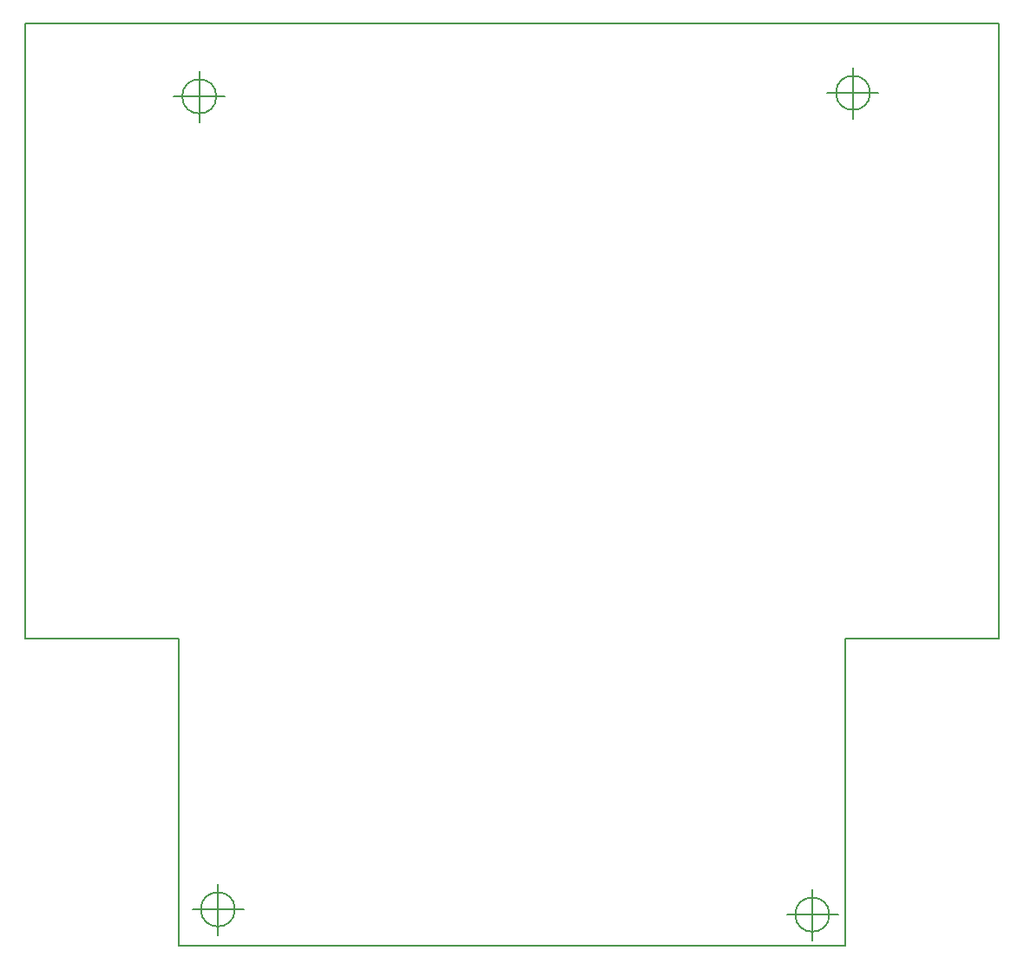
<source format=gbr>
G04 #@! TF.FileFunction,Profile,NP*
%FSLAX46Y46*%
G04 Gerber Fmt 4.6, Leading zero omitted, Abs format (unit mm)*
G04 Created by KiCad (PCBNEW 4.0.4-stable) date 11/02/17 14:02:35*
%MOMM*%
%LPD*%
G01*
G04 APERTURE LIST*
%ADD10C,0.100000*%
%ADD11C,0.150000*%
G04 APERTURE END LIST*
D10*
D11*
X120466666Y-146410000D02*
G75*
G03X120466666Y-146410000I-1666666J0D01*
G01*
X116300000Y-146410000D02*
X121300000Y-146410000D01*
X118800000Y-143910000D02*
X118800000Y-148910000D01*
X178466666Y-146920000D02*
G75*
G03X178466666Y-146920000I-1666666J0D01*
G01*
X174300000Y-146920000D02*
X179300000Y-146920000D01*
X176800000Y-144420000D02*
X176800000Y-149420000D01*
X118653758Y-67075811D02*
G75*
G03X118653758Y-67075811I-1666666J0D01*
G01*
X114487092Y-67075811D02*
X119487092Y-67075811D01*
X116987092Y-64575811D02*
X116987092Y-69575811D01*
X182434341Y-66734037D02*
G75*
G03X182434341Y-66734037I-1666666J0D01*
G01*
X178267675Y-66734037D02*
X183267675Y-66734037D01*
X180767675Y-64234037D02*
X180767675Y-69234037D01*
X180000000Y-150000000D02*
X165000000Y-150000000D01*
X180000000Y-120000000D02*
X180000000Y-150000000D01*
X195000000Y-120000000D02*
X180000000Y-120000000D01*
X195000000Y-60000000D02*
X195000000Y-120000000D01*
X100000000Y-60000000D02*
X100000000Y-120000000D01*
X115000000Y-120000000D02*
X100000000Y-120000000D01*
X115000000Y-150000000D02*
X115000000Y-120000000D01*
X165000000Y-150000000D02*
X115000000Y-150000000D01*
X100000000Y-60000000D02*
X195000000Y-60000000D01*
M02*

</source>
